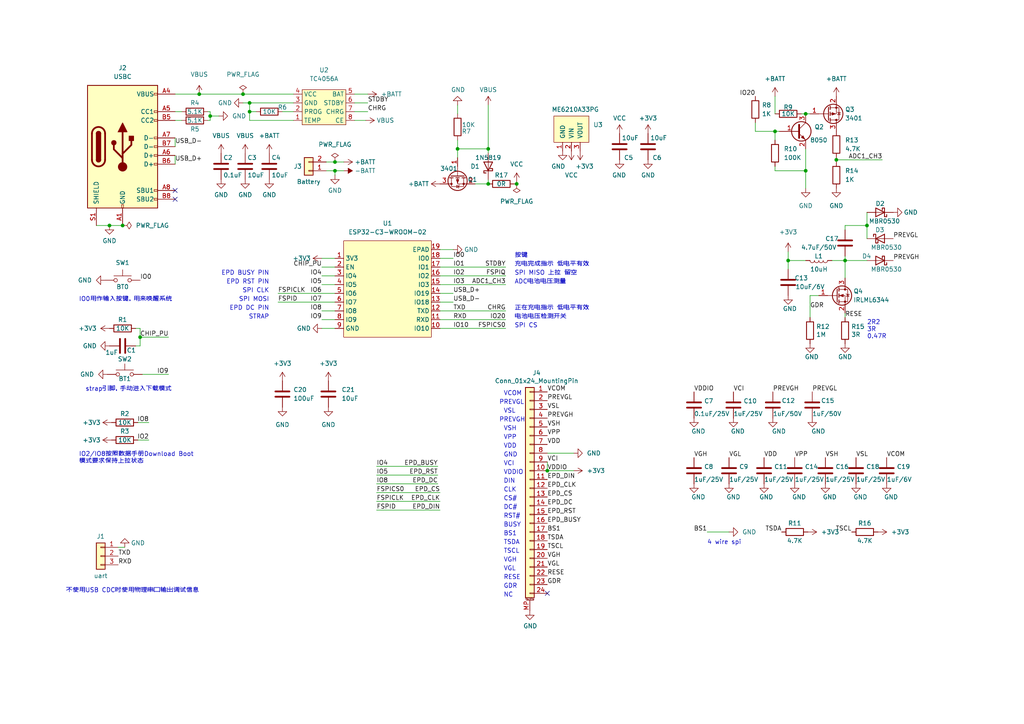
<source format=kicad_sch>
(kicad_sch (version 20211123) (generator eeschema)
  (paper "A4")
  (lib_symbols
    (symbol "Connector:USB_C_Receptacle_USB2.0" (pin_names (offset 1.016))
      (property "Reference" "J" (at -10.16 19.05 0))
      (property "Value" "USB_C_Receptacle_USB2.0" (at 19.05 19.05 0))
      (symbol "USB_C_Receptacle_USB2.0_1_1"
        (pin passive line (at 0 -22.86 90) (length 5.08) (name "GND") (number "A1"))
        (pin passive line (at 0 -22.86 90) (length 5.08) hide (name "GND") (number "A12"))
        (pin passive line (at 15.24 15.24 180) (length 5.08) (name "VBUS") (number "A4"))
        (pin bidirectional line (at 15.24 10.16 180) (length 5.08) (name "CC1") (number "A5"))
        (pin bidirectional line (at 15.24 -2.54 180) (length 5.08) (name "D+") (number "A6"))
        (pin bidirectional line (at 15.24 2.54 180) (length 5.08) (name "D-") (number "A7"))
        (pin bidirectional line (at 15.24 -12.7 180) (length 5.08) (name "SBU1") (number "A8"))
        (pin passive line (at 15.24 15.24 180) (length 5.08) hide (name "VBUS") (number "A9"))
        (pin passive line (at 0 -22.86 90) (length 5.08) hide (name "GND") (number "B1"))
        (pin passive line (at 0 -22.86 90) (length 5.08) hide (name "GND") (number "B12"))
        (pin passive line (at 15.24 15.24 180) (length 5.08) hide (name "VBUS") (number "B4"))
        (pin bidirectional line (at 15.24 7.62 180) (length 5.08) (name "CC2") (number "B5"))
        (pin bidirectional line (at 15.24 -5.08 180) (length 5.08) (name "D+") (number "B6"))
        (pin bidirectional line (at 15.24 0 180) (length 5.08) (name "D-") (number "B7"))
        (pin bidirectional line (at 15.24 -15.24 180) (length 5.08) (name "SBU2") (number "B8"))
        (pin passive line (at 15.24 15.24 180) (length 5.08) hide (name "VBUS") (number "B9"))
        (pin passive line (at -7.62 -22.86 90) (length 5.08) (name "SHIELD") (number "S1"))
      )
    )
    (symbol "Connector_Generic:Conn_01x02" (pin_names (offset 1.016) hide)
      (property "Reference" "J" (at 0 2.54 0))
      (property "Value" "Conn_01x02" (at 0 -5.08 0))
      (symbol "Conn_01x02_1_1"
        (pin passive line (at -5.08 0 0) (length 3.81) (name "Pin_1") (number "1"))
        (pin passive line (at -5.08 -2.54 0) (length 3.81) (name "Pin_2") (number "2"))
      )
    )
    (symbol "Connector_Generic:Conn_01x03" (pin_names (offset 1.016) hide)
      (property "Reference" "J" (at 0 5.08 0))
      (property "Value" "Conn_01x03" (at 0 -5.08 0))
      (symbol "Conn_01x03_1_1"
        (pin passive line (at -5.08 2.54 0) (length 3.81) (name "Pin_1") (number "1"))
        (pin passive line (at -5.08 0 0) (length 3.81) (name "Pin_2") (number "2"))
        (pin passive line (at -5.08 -2.54 0) (length 3.81) (name "Pin_3") (number "3"))
      )
    )
    (symbol "Connector_Generic_MountingPin:Conn_01x24_MountingPin" (pin_names (offset 1.016) hide)
      (property "Reference" "J" (at 0 30.48 0))
      (property "Value" "Conn_01x24_MountingPin" (at 1.27 -33.02 0))
      (symbol "Conn_01x24_MountingPin_1_1"
        (text "Mounting" (at 0 -32.131 0) (effects (font (size 0.381 0.381))))
        (pin passive line (at -5.08 27.94 0) (length 3.81) (name "Pin_1") (number "1"))
        (pin passive line (at -5.08 5.08 0) (length 3.81) (name "Pin_10") (number "10"))
        (pin passive line (at -5.08 2.54 0) (length 3.81) (name "Pin_11") (number "11"))
        (pin passive line (at -5.08 0 0) (length 3.81) (name "Pin_12") (number "12"))
        (pin passive line (at -5.08 -2.54 0) (length 3.81) (name "Pin_13") (number "13"))
        (pin passive line (at -5.08 -5.08 0) (length 3.81) (name "Pin_14") (number "14"))
        (pin passive line (at -5.08 -7.62 0) (length 3.81) (name "Pin_15") (number "15"))
        (pin passive line (at -5.08 -10.16 0) (length 3.81) (name "Pin_16") (number "16"))
        (pin passive line (at -5.08 -12.7 0) (length 3.81) (name "Pin_17") (number "17"))
        (pin passive line (at -5.08 -15.24 0) (length 3.81) (name "Pin_18") (number "18"))
        (pin passive line (at -5.08 -17.78 0) (length 3.81) (name "Pin_19") (number "19"))
        (pin passive line (at -5.08 25.4 0) (length 3.81) (name "Pin_2") (number "2"))
        (pin passive line (at -5.08 -20.32 0) (length 3.81) (name "Pin_20") (number "20"))
        (pin passive line (at -5.08 -22.86 0) (length 3.81) (name "Pin_21") (number "21"))
        (pin passive line (at -5.08 -25.4 0) (length 3.81) (name "Pin_22") (number "22"))
        (pin passive line (at -5.08 -27.94 0) (length 3.81) (name "Pin_23") (number "23"))
        (pin passive line (at -5.08 -30.48 0) (length 3.81) (name "Pin_24") (number "24"))
        (pin passive line (at -5.08 22.86 0) (length 3.81) (name "Pin_3") (number "3"))
        (pin passive line (at -5.08 20.32 0) (length 3.81) (name "Pin_4") (number "4"))
        (pin passive line (at -5.08 17.78 0) (length 3.81) (name "Pin_5") (number "5"))
        (pin passive line (at -5.08 15.24 0) (length 3.81) (name "Pin_6") (number "6"))
        (pin passive line (at -5.08 12.7 0) (length 3.81) (name "Pin_7") (number "7"))
        (pin passive line (at -5.08 10.16 0) (length 3.81) (name "Pin_8") (number "8"))
        (pin passive line (at -5.08 7.62 0) (length 3.81) (name "Pin_9") (number "9"))
        (pin passive line (at 0 -35.56 90) (length 3.048) (name "MountPin") (number "MP"))
      )
    )
    (symbol "Device:C" (pin_numbers hide) (pin_names (offset 0.254))
      (property "Reference" "C" (at 0.635 2.54 0))
      (property "Value" "C" (at 0.635 -2.54 0))
      (symbol "C_1_1"
        (pin passive line (at 0 3.81 270) (length 2.794) (name "~") (number "1"))
        (pin passive line (at 0 -3.81 90) (length 2.794) (name "~") (number "2"))
      )
    )
    (symbol "Device:D_Schottky" (pin_numbers hide) (pin_names (offset 1.016) hide)
      (property "Reference" "D" (at 0 2.54 0))
      (property "Value" "D_Schottky" (at 0 -2.54 0))
      (symbol "D_Schottky_1_1"
        (pin passive line (at -3.81 0 0) (length 2.54) (name "K") (number "1"))
        (pin passive line (at 3.81 0 180) (length 2.54) (name "A") (number "2"))
      )
    )
    (symbol "Device:L" (pin_numbers hide) (pin_names (offset 1.016) hide)
      (property "Reference" "L" (at -1.27 0 90))
      (property "Value" "L" (at 1.905 0 90))
      (symbol "L_1_1"
        (pin passive line (at 0 3.81 270) (length 1.27) (name "1") (number "1"))
        (pin passive line (at 0 -3.81 90) (length 1.27) (name "2") (number "2"))
      )
    )
    (symbol "Device:Q_NMOS_GSD" (pin_names (offset 0) hide)
      (property "Reference" "Q" (at 5.08 1.27 0))
      (property "Value" "Q_NMOS_GSD" (at 5.08 -1.27 0))
      (symbol "Q_NMOS_GSD_1_1"
        (pin input line (at -5.08 0 0) (length 2.54) (name "G") (number "1"))
        (pin passive line (at 2.54 -5.08 90) (length 2.54) (name "S") (number "2"))
        (pin passive line (at 2.54 5.08 270) (length 2.54) (name "D") (number "3"))
      )
    )
    (symbol "Device:Q_NPN_BEC" (pin_names (offset 0) hide)
      (property "Reference" "Q" (at 5.08 1.27 0))
      (property "Value" "Q_NPN_BEC" (at 5.08 -1.27 0))
      (symbol "Q_NPN_BEC_1_1"
        (pin input line (at -5.08 0 0) (length 5.715) (name "B") (number "1"))
        (pin passive line (at 2.54 -5.08 90) (length 2.54) (name "E") (number "2"))
        (pin passive line (at 2.54 5.08 270) (length 2.54) (name "C") (number "3"))
      )
    )
    (symbol "Device:Q_PMOS_GSD" (pin_names (offset 0) hide)
      (property "Reference" "Q" (at 5.08 1.27 0))
      (property "Value" "Q_PMOS_GSD" (at 5.08 -1.27 0))
      (symbol "Q_PMOS_GSD_1_1"
        (pin input line (at -5.08 0 0) (length 2.54) (name "G") (number "1"))
        (pin passive line (at 2.54 -5.08 90) (length 2.54) (name "S") (number "2"))
        (pin passive line (at 2.54 5.08 270) (length 2.54) (name "D") (number "3"))
      )
    )
    (symbol "Device:R" (pin_numbers hide) (pin_names (offset 0))
      (property "Reference" "R" (at 2.032 0 90))
      (property "Value" "R" (at 0 0 90))
      (symbol "R_1_1"
        (pin passive line (at 0 3.81 270) (length 1.27) (name "~") (number "1"))
        (pin passive line (at 0 -3.81 90) (length 1.27) (name "~") (number "2"))
      )
    )
    (symbol "Diode:1N5819" (pin_numbers hide) (pin_names (offset 1.016) hide)
      (property "Reference" "D" (at 0 2.54 0))
      (property "Value" "1N5819" (at 0 -2.54 0))
      (symbol "1N5819_1_1"
        (pin passive line (at -3.81 0 0) (length 2.54) (name "K") (number "1"))
        (pin passive line (at 3.81 0 180) (length 2.54) (name "A") (number "2"))
      )
    )
    (symbol "Switch:SW_Push" (pin_numbers hide) (pin_names (offset 1.016) hide)
      (property "Reference" "SW" (at 1.27 2.54 0))
      (property "Value" "SW_Push" (at 0 -1.524 0))
      (symbol "SW_Push_0_1"
        (pin passive line (at -5.08 0 0) (length 2.54) (name "1") (number "1"))
        (pin passive line (at 5.08 0 180) (length 2.54) (name "2") (number "2"))
      )
    )
    (symbol "custom:ESP32-C3-WROOM-02"
      (property "Reference" "U2" (at 8.89 -31.75 0))
      (property "Value" "ESP32-C3-WROOM-02" (at 19.05 0 0))
      (symbol "ESP32-C3-WROOM-02_1_1"
        (pin power_in line (at 3.81 -6.35 0) (length 2.54) (name "3V3") (number "1"))
        (pin input line (at 34.29 -26.67 180) (length 2.54) (name "IO10") (number "10"))
        (pin input line (at 34.29 -24.13 180) (length 2.54) (name "RXD") (number "11"))
        (pin input line (at 34.29 -21.59 180) (length 2.54) (name "TXD") (number "12"))
        (pin input line (at 34.29 -19.05 180) (length 2.54) (name "IO18") (number "13"))
        (pin input line (at 34.29 -16.51 180) (length 2.54) (name "IO19") (number "14"))
        (pin input line (at 34.29 -13.97 180) (length 2.54) (name "IO3") (number "15"))
        (pin input line (at 34.29 -11.43 180) (length 2.54) (name "IO2") (number "16"))
        (pin input line (at 34.29 -8.89 180) (length 2.54) (name "IO1") (number "17"))
        (pin input line (at 34.29 -6.35 180) (length 2.54) (name "IO0") (number "18"))
        (pin input line (at 34.29 -3.81 180) (length 2.54) (name "EPAD") (number "19"))
        (pin input line (at 3.81 -8.89 0) (length 2.54) (name "EN") (number "2"))
        (pin bidirectional line (at 3.81 -11.43 0) (length 2.54) (name "IO4") (number "3"))
        (pin bidirectional line (at 3.81 -13.97 0) (length 2.54) (name "IO5") (number "4"))
        (pin bidirectional line (at 3.81 -16.51 0) (length 2.54) (name "IO6") (number "5"))
        (pin bidirectional line (at 3.81 -19.05 0) (length 2.54) (name "IO7") (number "6"))
        (pin bidirectional line (at 3.81 -21.59 0) (length 2.54) (name "IO8") (number "7"))
        (pin bidirectional line (at 3.81 -24.13 0) (length 2.54) (name "IO9") (number "8"))
        (pin input line (at 3.81 -26.67 0) (length 2.54) (name "GND") (number "9"))
      )
    )
    (symbol "custom:ME6210A33PG" (pin_names (offset 1.016))
      (property "Reference" "U" (at 5.08 1.27 0))
      (property "Value" "ME6210A33PG" (at 3.81 -11.43 0))
      (symbol "ME6210A33PG_1_1"
        (pin power_in line (at -2.54 -2.54 0) (length 2.54) (name "GND") (number "1"))
        (pin power_in line (at -2.54 -5.08 0) (length 2.54) (name "VIN") (number "2"))
        (pin power_out line (at -2.54 -7.62 0) (length 2.54) (name "VOUT") (number "3"))
      )
    )
    (symbol "custom:TC4056A"
      (property "Reference" "U" (at -1.27 6.35 0))
      (property "Value" "TC4056A" (at 0 -6.35 0))
      (symbol "TC4056A_1_1"
        (pin bidirectional line (at -8.89 3.81 0) (length 2.54) (name "TEMP") (number "1"))
        (pin bidirectional line (at -8.89 1.27 0) (length 2.54) (name "PROG") (number "2"))
        (pin bidirectional line (at -8.89 -1.27 0) (length 2.54) (name "GND") (number "3"))
        (pin bidirectional line (at -8.89 -3.81 0) (length 2.54) (name "VCC") (number "4"))
        (pin bidirectional line (at 8.89 -3.81 180) (length 2.54) (name "BAT") (number "5"))
        (pin bidirectional line (at 8.89 -1.27 180) (length 2.54) (name "STDBY") (number "6"))
        (pin bidirectional line (at 8.89 1.27 180) (length 2.54) (name "CHRG") (number "7"))
        (pin bidirectional line (at 8.89 3.81 180) (length 2.54) (name "CE") (number "8"))
      )
    )
    (symbol "power:+3V3" (power) (pin_names (offset 0))
      (property "Value" "+3V3" (at 0 3.556 0))
      (symbol "+3V3_1_1"
        (pin power_in line (at 0 0 90) (length 0) hide (name "+3V3") (number "1"))
      )
    )
    (symbol "power:+BATT" (power) (pin_names (offset 0))
      (property "Value" "+BATT" (at 0 3.556 0))
      (symbol "+BATT_1_1"
        (pin power_in line (at 0 0 90) (length 0) hide (name "+BATT") (number "1"))
      )
    )
    (symbol "power:-BATT" (power) (pin_names (offset 0))
      (property "Value" "-BATT" (at 0 3.556 0))
      (symbol "-BATT_1_1"
        (pin power_in line (at 0 0 90) (length 0) hide (name "-BATT") (number "1"))
      )
    )
    (symbol "power:GND" (power) (pin_names (offset 0))
      (property "Value" "GND" (at 0 -3.81 0))
      (symbol "GND_1_1"
        (pin power_in line (at 0 0 270) (length 0) hide (name "GND") (number "1"))
      )
    )
    (symbol "power:PWR_FLAG" (power) (pin_numbers hide) (pin_names (offset 0) hide)
      (property "Value" "PWR_FLAG" (at 0 3.81 0))
      (symbol "PWR_FLAG_0_0"
        (pin power_out line (at 0 0 90) (length 0) (name "pwr") (number "1"))
      )
    )
    (symbol "power:VBUS" (power) (pin_names (offset 0))
      (property "Value" "VBUS" (at 0 3.81 0))
      (symbol "VBUS_1_1"
        (pin power_in line (at 0 0 90) (length 0) hide (name "VBUS") (number "1"))
      )
    )
    (symbol "power:VCC" (power) (pin_names (offset 0))
      (property "Value" "VCC" (at 0 3.81 0))
      (symbol "VCC_1_1"
        (pin power_in line (at 0 0 90) (length 0) hide (name "VCC") (number "1"))
      )
    )
  )
  (junction (at 60.96 33.655))
  (junction (at 132.715 43.18))
  (junction (at 224.79 38.1))
  (junction (at 72.39 29.845))
  (junction (at 31.75 65.405))
  (junction (at 57.785 27.305))
  (junction (at 141.605 43.18))
  (junction (at 228.6 75.565))
  (junction (at 251.46 65.405))
  (junction (at 141.605 53.34))
  (junction (at 245.11 75.565))
  (junction (at 233.68 49.53))
  (junction (at 158.75 136.525))
  (junction (at 72.39 32.385))
  (junction (at 149.86 53.34))
  (junction (at 97.155 49.53))
  (junction (at 242.57 46.355))
  (junction (at 233.68 33.02))
  (junction (at 97.155 46.99))
  (junction (at 35.56 65.405))
  (junction (at 70.485 27.305))
  (junction (at 40.64 97.79))
  (no_connect (at 158.75 172.085))
  (no_connect (at 50.8 55.245))
  (no_connect (at 50.8 57.785))
  (wire (pts (xy 132.715 40.64) (xy 132.715 43.18)))
  (wire (pts (xy 72.39 32.385) (xy 72.39 29.845)))
  (wire (pts (xy 60.325 32.385) (xy 60.96 32.385)))
  (wire (pts (xy 109.22 145.415) (xy 127.635 145.415)))
  (wire (pts (xy 27.94 65.405) (xy 31.75 65.405)))
  (wire (pts (xy 102.87 34.925) (xy 106.045 34.925)))
  (wire (pts (xy 70.485 29.845) (xy 72.39 29.845)))
  (wire (pts (xy 251.46 69.215) (xy 251.46 65.405)))
  (wire (pts (xy 60.96 34.925) (xy 60.96 33.655)))
  (wire (pts (xy 109.22 135.255) (xy 127 135.255)))
  (wire (pts (xy 93.345 95.25) (xy 97.155 95.25)))
  (wire (pts (xy 245.11 92.075) (xy 245.11 90.805)))
  (wire (pts (xy 228.6 75.565) (xy 228.6 78.105)))
  (wire (pts (xy 81.915 32.385) (xy 85.09 32.385)))
  (wire (pts (xy 233.68 49.53) (xy 233.68 54.61)))
  (wire (pts (xy 102.87 32.385) (xy 106.68 32.385)))
  (wire (pts (xy 141.605 53.34) (xy 137.795 53.34)))
  (wire (pts (xy 40.005 127.635) (xy 43.18 127.635)))
  (wire (pts (xy 127.635 90.17) (xy 146.685 90.17)))
  (wire (pts (xy 93.345 80.01) (xy 97.155 80.01)))
  (wire (pts (xy 166.37 136.525) (xy 158.75 136.525)))
  (wire (pts (xy 141.605 52.07) (xy 141.605 53.34)))
  (wire (pts (xy 149.86 52.705) (xy 149.86 53.34)))
  (wire (pts (xy 242.57 46.355) (xy 255.905 46.355)))
  (wire (pts (xy 141.605 43.18) (xy 132.715 43.18)))
  (wire (pts (xy 50.8 34.925) (xy 52.705 34.925)))
  (wire (pts (xy 127.635 80.01) (xy 146.685 80.01)))
  (wire (pts (xy 72.39 34.925) (xy 72.39 32.385)))
  (wire (pts (xy 234.95 85.725) (xy 234.95 92.075)))
  (wire (pts (xy 109.22 137.795) (xy 127 137.795)))
  (wire (pts (xy 70.485 27.305) (xy 85.09 27.305)))
  (wire (pts (xy 127.635 82.55) (xy 146.685 82.55)))
  (wire (pts (xy 50.8 45.085) (xy 50.8 47.625)))
  (wire (pts (xy 97.155 49.53) (xy 99.695 49.53)))
  (wire (pts (xy 237.49 85.725) (xy 234.95 85.725)))
  (wire (pts (xy 219.075 38.1) (xy 224.79 38.1)))
  (wire (pts (xy 205.105 154.305) (xy 211.455 154.305)))
  (wire (pts (xy 93.345 90.17) (xy 97.155 90.17)))
  (wire (pts (xy 31.75 65.405) (xy 35.56 65.405)))
  (wire (pts (xy 127.635 72.39) (xy 131.445 72.39)))
  (wire (pts (xy 149.225 53.34) (xy 149.86 53.34)))
  (wire (pts (xy 50.8 27.305) (xy 57.785 27.305)))
  (wire (pts (xy 40.005 122.555) (xy 43.18 122.555)))
  (wire (pts (xy 127.635 87.63) (xy 131.445 87.63)))
  (wire (pts (xy 40.64 97.79) (xy 48.895 97.79)))
  (wire (pts (xy 93.345 82.55) (xy 97.155 82.55)))
  (wire (pts (xy 245.11 75.565) (xy 245.11 80.645)))
  (wire (pts (xy 102.87 29.845) (xy 106.68 29.845)))
  (wire (pts (xy 57.785 27.305) (xy 70.485 27.305)))
  (wire (pts (xy 127.635 95.25) (xy 146.685 95.25)))
  (wire (pts (xy 242.57 46.355) (xy 242.57 46.99)))
  (wire (pts (xy 158.75 133.985) (xy 158.75 136.525)))
  (wire (pts (xy 60.325 34.925) (xy 60.96 34.925)))
  (wire (pts (xy 224.79 27.94) (xy 224.79 33.02)))
  (wire (pts (xy 233.68 43.18) (xy 233.68 49.53)))
  (wire (pts (xy 97.155 46.99) (xy 99.695 46.99)))
  (wire (pts (xy 93.345 74.93) (xy 97.155 74.93)))
  (wire (pts (xy 97.155 49.53) (xy 97.155 50.8)))
  (wire (pts (xy 60.96 33.655) (xy 63.5 33.655)))
  (wire (pts (xy 60.96 32.385) (xy 60.96 33.655)))
  (wire (pts (xy 251.46 65.405) (xy 251.46 61.595)))
  (wire (pts (xy 127.635 77.47) (xy 146.685 77.47)))
  (wire (pts (xy 127.635 92.71) (xy 146.685 92.71)))
  (wire (pts (xy 93.345 77.47) (xy 97.155 77.47)))
  (wire (pts (xy 40.64 97.79) (xy 40.64 100.33)))
  (wire (pts (xy 102.87 27.305) (xy 106.68 27.305)))
  (wire (pts (xy 34.29 158.75) (xy 36.195 158.75)))
  (wire (pts (xy 224.79 38.1) (xy 226.06 38.1)))
  (wire (pts (xy 85.09 34.925) (xy 72.39 34.925)))
  (wire (pts (xy 228.6 73.025) (xy 228.6 75.565)))
  (wire (pts (xy 141.605 43.18) (xy 141.605 44.45)))
  (wire (pts (xy 93.345 92.71) (xy 97.155 92.71)))
  (wire (pts (xy 242.57 45.72) (xy 242.57 46.355)))
  (wire (pts (xy 39.37 95.25) (xy 40.64 95.25)))
  (wire (pts (xy 245.11 65.405) (xy 245.11 66.675)))
  (wire (pts (xy 245.11 75.565) (xy 251.46 75.565)))
  (wire (pts (xy 50.8 40.005) (xy 50.8 42.545)))
  (wire (pts (xy 132.715 30.48) (xy 132.715 33.02)))
  (wire (pts (xy 251.46 65.405) (xy 245.11 65.405)))
  (wire (pts (xy 72.39 29.845) (xy 85.09 29.845)))
  (wire (pts (xy 80.645 85.09) (xy 97.155 85.09)))
  (wire (pts (xy 224.79 48.26) (xy 224.79 49.53)))
  (wire (pts (xy 132.715 43.18) (xy 132.715 45.72)))
  (wire (pts (xy 245.11 75.565) (xy 245.11 74.295)))
  (wire (pts (xy 50.8 32.385) (xy 52.705 32.385)))
  (wire (pts (xy 109.22 140.335) (xy 127 140.335)))
  (wire (pts (xy 109.22 147.955) (xy 127.635 147.955)))
  (wire (pts (xy 241.3 75.565) (xy 245.11 75.565)))
  (wire (pts (xy 233.68 33.02) (xy 234.95 33.02)))
  (wire (pts (xy 219.075 35.56) (xy 219.075 38.1)))
  (wire (pts (xy 94.615 46.99) (xy 97.155 46.99)))
  (wire (pts (xy 228.6 75.565) (xy 233.68 75.565)))
  (wire (pts (xy 40.64 95.25) (xy 40.64 97.79)))
  (wire (pts (xy 141.605 30.48) (xy 141.605 43.18)))
  (wire (pts (xy 74.295 32.385) (xy 72.39 32.385)))
  (wire (pts (xy 80.645 87.63) (xy 97.155 87.63)))
  (wire (pts (xy 94.615 49.53) (xy 97.155 49.53)))
  (wire (pts (xy 232.41 33.02) (xy 233.68 33.02)))
  (wire (pts (xy 40.64 100.33) (xy 39.37 100.33)))
  (wire (pts (xy 166.37 131.445) (xy 158.75 131.445)))
  (wire (pts (xy 224.79 38.1) (xy 224.79 40.64)))
  (wire (pts (xy 41.275 108.585) (xy 48.895 108.585)))
  (wire (pts (xy 127.635 74.93) (xy 131.445 74.93)))
  (wire (pts (xy 109.22 142.875) (xy 127.635 142.875)))
  (wire (pts (xy 127.635 85.09) (xy 131.445 85.09)))
  (wire (pts (xy 224.79 49.53) (xy 233.68 49.53)))
  (text "RST#" (at 146.05 150.495 0) (effects (font (size 1.27 1.27)) (justify left bottom)))
  (text "VSL" (at 146.05 120.015 0) (effects (font (size 1.27 1.27)) (justify left bottom)))
  (text "PREVGL" (at 144.78 117.475 0) (effects (font (size 1.27 1.27)) (justify left bottom)))
  (text "TSDA" (at 146.05 158.115 0) (effects (font (size 1.27 1.27)) (justify left bottom)))
  (text "EPD RST PIN" (at 78.105 82.55 180) (effects (font (size 1.27 1.27)) (justify right bottom)))
  (text "BS1" (at 146.05 155.575 0) (effects (font (size 1.27 1.27)) (justify left bottom)))
  (text "CLK" (at 146.05 142.875 0) (effects (font (size 1.27 1.27)) (justify left bottom)))
  (text "VGH" (at 146.05 163.195 0) (effects (font (size 1.27 1.27)) (justify left bottom)))
  (text "strap引脚，手动进入下载模式" (at 24.765 113.665 0) (effects (font (size 1.27 1.27)) (justify left bottom)))
  (text "充电完成指示 低电平有效" (at 149.225 77.47 0) (effects (font (size 1.27 1.27)) (justify left bottom)))
  (text "VGL" (at 146.05 165.735 0) (effects (font (size 1.27 1.27)) (justify left bottom)))
  (text "GND" (at 146.05 132.715 0) (effects (font (size 1.27 1.27)) (justify left bottom)))
  (text "VCOM" (at 146.05 114.935 0) (effects (font (size 1.27 1.27)) (justify left bottom)))
  (text "PREVGH" (at 144.78 122.555 0) (effects (font (size 1.27 1.27)) (justify left bottom)))
  (text "4 wire spi" (at 205.105 158.115 0) (effects (font (size 1.27 1.27)) (justify left bottom)))
  (text "ADC电池电压测量" (at 149.225 82.55 0) (effects (font (size 1.27 1.27)) (justify left bottom)))
  (text "电池电压检测开关" (at 149.225 92.71 0) (effects (font (size 1.27 1.27)) (justify left bottom)))
  (text "DIN" (at 146.05 140.335 0) (effects (font (size 1.27 1.27)) (justify left bottom)))
  (text "SPI MOSI" (at 78.105 87.63 180) (effects (font (size 1.27 1.27)) (justify right bottom)))
  (text "2R2\n3R\n0.47R" (at 251.46 98.425 0) (effects (font (size 1.27 1.27)) (justify left bottom)))
  (text "BUSY" (at 146.05 153.035 0) (effects (font (size 1.27 1.27)) (justify left bottom)))
  (text "VSH" (at 146.05 125.095 0) (effects (font (size 1.27 1.27)) (justify left bottom)))
  (text "SPI CS" (at 149.225 95.25 0) (effects (font (size 1.27 1.27)) (justify left bottom)))
  (text "IO0用作输入按键，用来唤醒系统" (at 22.86 87.63 0) (effects (font (size 1.27 1.27)) (justify left bottom)))
  (text "DC#" (at 146.05 147.955 0) (effects (font (size 1.27 1.27)) (justify left bottom)))
  (text "正在充电指示 低电平有效" (at 149.225 90.17 0) (effects (font (size 1.27 1.27)) (justify left bottom)))
  (text "不使用USB CDC时使用物理串口输出调试信息" (at 19.05 172.085 0) (effects (font (size 1.27 1.27)) (justify left bottom)))
  (text "TSCL" (at 146.05 160.655 0) (effects (font (size 1.27 1.27)) (justify left bottom)))
  (text "STRAP" (at 78.105 92.71 180) (effects (font (size 1.27 1.27)) (justify right bottom)))
  (text "RESE" (at 146.05 168.275 0) (effects (font (size 1.27 1.27)) (justify left bottom)))
  (text "IO2/IO8按照数据手册Download Boot\n模式要求保持上拉状态" (at 22.86 134.62 0) (effects (font (size 1.27 1.27)) (justify left bottom)))
  (text "按键" (at 149.225 74.93 0) (effects (font (size 1.27 1.27)) (justify left bottom)))
  (text "NC" (at 146.05 173.355 0) (effects (font (size 1.27 1.27)) (justify left bottom)))
  (text "GDR" (at 146.05 170.815 0) (effects (font (size 1.27 1.27)) (justify left bottom)))
  (text "VDDIO" (at 146.05 137.795 0) (effects (font (size 1.27 1.27)) (justify left bottom)))
  (text "VCI" (at 146.05 135.255 0) (effects (font (size 1.27 1.27)) (justify left bottom)))
  (text "SPI MISO 上拉 留空" (at 149.225 80.01 0) (effects (font (size 1.27 1.27)) (justify left bottom)))
  (text "VDD" (at 146.05 130.175 0) (effects (font (size 1.27 1.27)) (justify left bottom)))
  (text "SPI CLK" (at 78.105 85.09 180) (effects (font (size 1.27 1.27)) (justify right bottom)))
  (text "VPP" (at 146.05 127.635 0) (effects (font (size 1.27 1.27)) (justify left bottom)))
  (text "CS#" (at 146.05 145.415 0) (effects (font (size 1.27 1.27)) (justify left bottom)))
  (text "EPD BUSY PIN" (at 78.105 80.01 180) (effects (font (size 1.27 1.27)) (justify right bottom)))
  (text "EPD DC PIN" (at 78.105 90.17 180) (effects (font (size 1.27 1.27)) (justify right bottom)))
  (label "IO4" (at 109.22 135.255 0))
  (label "IO3" (at 131.445 82.55 0))
  (label "IO8" (at 109.22 140.335 0))
  (label "FSPICS0" (at 109.22 142.875 0))
  (label "BS1" (at 158.75 154.305 0))
  (label "VGL" (at 211.455 132.715 0))
  (label "EPD_CLK" (at 127.635 145.415 180))
  (label "TSDA" (at 226.695 154.305 180))
  (label "USB_D-" (at 131.445 87.63 0))
  (label "EPD_BUSY" (at 158.75 151.765 0))
  (label "IO9" (at 48.895 108.585 180))
  (label "VSL" (at 248.285 132.715 0))
  (label "PREVGL" (at 235.585 113.665 0))
  (label "FSPICLK" (at 109.22 145.415 0))
  (label "TSCL" (at 158.75 159.385 0))
  (label "TSCL" (at 247.015 154.305 180))
  (label "FSPID" (at 80.645 87.63 0))
  (label "IO0" (at 131.445 74.93 0))
  (label "USB_D+" (at 50.8 46.99 0))
  (label "FSPICS0" (at 146.685 95.25 180))
  (label "IO7" (at 93.345 87.63 180))
  (label "PREVGH" (at 158.75 121.285 0))
  (label "IO8" (at 43.18 122.555 180))
  (label "VCOM" (at 158.75 113.665 0))
  (label "EPD_RST" (at 158.75 149.225 0))
  (label "CHRG" (at 106.68 32.385 0))
  (label "EPD_RST" (at 127 137.795 180))
  (label "USB_D-" (at 50.8 41.91 0))
  (label "VSH" (at 239.395 132.715 0))
  (label "RESE" (at 245.11 92.075 0))
  (label "IO0" (at 40.64 81.28 0))
  (label "PREVGL" (at 158.75 116.205 0))
  (label "IO2" (at 131.445 80.01 0))
  (label "ADC1_CH3" (at 255.905 46.355 180))
  (label "USB_D+" (at 131.445 85.09 0))
  (label "IO9" (at 93.345 92.71 180))
  (label "RESE" (at 158.75 167.005 0))
  (label "CHIP_PU" (at 93.345 77.47 180))
  (label "IO20" (at 146.685 92.71 180))
  (label "VDDIO" (at 158.75 136.525 0))
  (label "GDR" (at 234.95 89.535 0))
  (label "FSPID" (at 109.22 147.955 0))
  (label "EPD_DC" (at 158.75 146.685 0))
  (label "VGH" (at 158.75 161.925 0))
  (label "IO8" (at 93.345 90.17 180))
  (label "EPD_CS" (at 158.75 144.145 0))
  (label "VGH" (at 201.295 132.715 0))
  (label "IO5" (at 93.345 82.55 180))
  (label "PREVGH" (at 224.155 113.665 0))
  (label "FSPIQ" (at 146.685 80.01 180))
  (label "TSDA" (at 158.75 156.845 0))
  (label "IO4" (at 93.345 80.01 180))
  (label "VDDIO" (at 201.295 113.665 0))
  (label "IO2" (at 43.18 127.635 180))
  (label "VDD" (at 158.75 128.905 0))
  (label "EPD_DC" (at 127 140.335 180))
  (label "VDD" (at 221.615 132.715 0))
  (label "IO6" (at 93.345 85.09 180))
  (label "FSPICLK" (at 80.645 85.09 0))
  (label "VPP" (at 230.505 132.715 0))
  (label "VCOM" (at 257.175 132.715 0))
  (label "EPD_DIN" (at 158.75 139.065 0))
  (label "BS1" (at 205.105 154.305 180))
  (label "GDR" (at 158.75 169.545 0))
  (label "PREVGL" (at 259.08 69.215 0))
  (label "RXD" (at 34.29 163.83 0))
  (label "VGL" (at 158.75 164.465 0))
  (label "TXD" (at 34.29 161.29 0))
  (label "STDBY" (at 106.68 29.845 0))
  (label "ADC1_CH3" (at 146.685 82.55 180))
  (label "CHRG" (at 146.685 90.17 180))
  (label "IO5" (at 109.22 137.795 0))
  (label "IO10" (at 131.445 95.25 0))
  (label "EPD_BUSY" (at 127 135.255 180))
  (label "VSL" (at 158.75 118.745 0))
  (label "EPD_CLK" (at 158.75 141.605 0))
  (label "VCI" (at 158.75 133.985 0))
  (label "PREVGH" (at 259.08 75.565 0))
  (label "EPD_CS" (at 127.635 142.875 180))
  (label "VPP" (at 158.75 126.365 0))
  (label "RXD" (at 131.445 92.71 0))
  (label "IO20" (at 219.075 27.94 180))
  (label "VSH" (at 158.75 123.825 0))
  (label "CHIP_PU" (at 48.895 97.79 180))
  (label "VCI" (at 212.725 113.665 0))
  (label "TXD" (at 131.445 90.17 0))
  (label "EPD_DIN" (at 127.635 147.955 180))
  (label "IO1" (at 131.445 77.47 0))
  (label "STDBY" (at 146.685 77.47 180))
  (symbol (lib_id "Device:C") (at 211.455 136.525 0) (unit 1)
    (property "Reference" "C9" (at 214.376 135.3566 0) (effects (justify left)))
    (property "Value" "1uF/25V" (at 211.455 139.065 0) (effects (justify left)))
    (property "Footprint" "Capacitor_SMD:C_0603_1608Metric" (effects hide))
  )
  (symbol (lib_id "power:GND") (at 31.75 65.405 0) (unit 1)
    (property "Reference" "#PWR03" (effects hide))
    (property "Value" "GND" (at 31.75 69.85 0))
  )
  (symbol (lib_id "Connector_Generic:Conn_01x02") (at 89.535 49.53 180) (unit 1)
    (property "Reference" "J3" (at 86.36 48.26 0))
    (property "Value" "Battery" (at 89.535 52.705 0))
    (property "Footprint" "Connector_JST:JST_SH_BM02B-SRSS-TB_1x02-1MP_P1.00mm_Vertical" (effects hide))
  )
  (symbol (lib_id "power:PWR_FLAG") (at 97.155 46.99 0) (unit 1)
    (property "Reference" "#FLG03" (effects hide))
    (property "Value" "PWR_FLAG" (at 97.155 41.91 0))
  )
  (symbol (lib_id "Device:R") (at 56.515 34.925 90) (unit 1)
    (property "Reference" "R5" (at 56.515 37.465 90))
    (property "Value" "5.1K" (at 56.515 34.925 90))
    (property "Footprint" "Resistor_SMD:R_0603_1608Metric" (effects hide))
  )
  (symbol (lib_id "power:GND") (at 245.11 99.695 0) (unit 1)
    (property "Reference" "#PWR058" (effects hide))
    (property "Value" "GND" (at 245.11 103.505 0))
  )
  (symbol (lib_id "power:GND") (at 224.155 121.285 0) (unit 1)
    (property "Reference" "#PWR046" (effects hide))
    (property "Value" "GND" (at 227.965 125.095 0) (effects (justify right)))
  )
  (symbol (lib_id "Device:Q_PMOS_GSD") (at 132.715 50.8 90) (mirror x) (unit 1)
    (property "Reference" "Q1" (at 138.43 52.07 90) (effects (justify left)))
    (property "Value" "3401" (at 132.715 48.895 90) (effects (justify left)))
    (property "Footprint" "Package_TO_SOT_SMD:SOT-23" (effects hide))
  )
  (symbol (lib_id "power:GND") (at 93.345 95.25 270) (unit 1)
    (property "Reference" "#PWR019" (effects hide))
    (property "Value" "GND" (at 90.17 95.2499 90) (effects (justify right)))
  )
  (symbol (lib_id "Device:D_Schottky") (at 255.27 69.215 0) (unit 1)
    (property "Reference" "D3" (at 256.54 66.675 0) (effects (justify right)))
    (property "Value" "MBR0530" (at 261.62 71.755 0) (effects (justify right)))
    (property "Footprint" "Diode_SMD:D_SOD-123" (effects hide))
  )
  (symbol (lib_id "Device:L") (at 237.49 75.565 270) (unit 1)
    (property "Reference" "L1" (at 236.22 74.295 90) (effects (justify left)))
    (property "Value" "10uH" (at 234.95 78.105 90) (effects (justify left)))
    (property "Footprint" "Inductor_SMD:L_Coilcraft_XxL4020" (effects hide))
  )
  (symbol (lib_id "power:GND") (at 201.295 121.285 0) (unit 1)
    (property "Reference" "#PWR040" (effects hide))
    (property "Value" "GND" (at 202.565 125.095 0))
  )
  (symbol (lib_id "power:GND") (at 64.135 52.07 0) (unit 1)
    (property "Reference" "#PWR012" (effects hide))
    (property "Value" "GND" (at 64.135 56.515 0))
  )
  (symbol (lib_id "power:GND") (at 78.105 52.07 0) (unit 1)
    (property "Reference" "#PWR017" (effects hide))
    (property "Value" "GND" (at 78.105 56.515 0))
  )
  (symbol (lib_id "power:GND") (at 71.12 52.07 0) (unit 1)
    (property "Reference" "#PWR015" (effects hide))
    (property "Value" "GND" (at 71.12 56.515 0))
  )
  (symbol (lib_id "Device:C") (at 78.105 48.26 180) (unit 1)
    (property "Reference" "C4" (at 78.74 45.72 0) (effects (justify right)))
    (property "Value" "10uF" (at 78.74 50.8 0) (effects (justify right)))
    (property "Footprint" "Capacitor_SMD:C_1206_3216Metric" (effects hide))
  )
  (symbol (lib_id "power:VBUS") (at 57.785 27.305 0) (unit 1)
    (property "Reference" "#PWR09" (effects hide))
    (property "Value" "VBUS" (at 57.785 21.59 0))
  )
  (symbol (lib_id "custom:ME6210A33PG") (at 160.655 41.275 90) (unit 1)
    (property "Reference" "U3" (at 172.085 36.1949 90) (effects (justify right)))
    (property "Value" "ME6210A33PG" (at 160.02 31.75 90) (effects (justify right)))
    (property "Footprint" "Package_TO_SOT_SMD:SOT-89-3" (effects hide))
  )
  (symbol (lib_id "power:+BATT") (at 224.79 27.94 0) (unit 1)
    (property "Reference" "#PWR047" (effects hide))
    (property "Value" "+BATT" (at 224.79 22.86 0))
  )
  (symbol (lib_id "Device:C") (at 228.6 81.915 180) (unit 1)
    (property "Reference" "C13" (at 232.41 80.645 0))
    (property "Value" "10uF/6V" (at 234.95 83.185 0))
    (property "Footprint" "Capacitor_SMD:C_0603_1608Metric" (effects hide))
  )
  (symbol (lib_id "power:PWR_FLAG") (at 70.485 27.305 0) (unit 1)
    (property "Reference" "#FLG02" (effects hide))
    (property "Value" "PWR_FLAG" (at 70.485 21.59 0))
  )
  (symbol (lib_id "power:GND") (at 70.485 29.845 270) (unit 1)
    (property "Reference" "#PWR013" (effects hide))
    (property "Value" "GND" (at 67.31 29.8449 90) (effects (justify right)))
  )
  (symbol (lib_id "power:+3V3") (at 168.275 43.815 180) (unit 1)
    (property "Reference" "#PWR035" (effects hide))
    (property "Value" "+3V3" (at 169.545 48.26 0))
  )
  (symbol (lib_id "custom:ESP32-C3-WROOM-02") (at 93.345 68.58 0) (unit 1)
    (property "Reference" "U1" (at 112.395 64.77 0))
    (property "Value" "ESP32-C3-WROOM-02" (at 112.395 67.31 0))
    (property "Footprint" "custom:ESP32-C3-WROOM-02" (effects hide))
  )
  (symbol (lib_id "Device:C") (at 257.175 136.525 0) (unit 1)
    (property "Reference" "C19" (at 260.096 135.3566 0) (effects (justify left)))
    (property "Value" "1uF/6V" (at 257.175 139.065 0) (effects (justify left)))
    (property "Footprint" "Capacitor_SMD:C_0603_1608Metric" (effects hide))
  )
  (symbol (lib_id "Device:R") (at 145.415 53.34 90) (unit 1)
    (property "Reference" "R17" (at 145.415 50.8 90))
    (property "Value" "0R" (at 145.415 53.34 90))
    (property "Footprint" "Jumper:SolderJumper-2_P1.3mm_Bridged_RoundedPad1.0x1.5mm" (effects hide))
  )
  (symbol (lib_id "power:GND") (at 179.705 46.355 0) (unit 1)
    (property "Reference" "#PWR037" (effects hide))
    (property "Value" "GND" (at 181.61 50.8 0) (effects (justify right)))
  )
  (symbol (lib_id "Device:R") (at 36.195 122.555 90) (unit 1)
    (property "Reference" "R2" (at 36.195 120.015 90))
    (property "Value" "10K" (at 36.195 122.555 90))
    (property "Footprint" "Resistor_SMD:R_0603_1608Metric" (effects hide))
  )
  (symbol (lib_id "Device:C") (at 239.395 136.525 0) (unit 1)
    (property "Reference" "C16" (at 242.316 135.3566 0) (effects (justify left)))
    (property "Value" "1uF/25V" (at 239.395 139.065 0) (effects (justify left)))
    (property "Footprint" "Capacitor_SMD:C_0603_1608Metric" (effects hide))
  )
  (symbol (lib_id "Connector_Generic:Conn_01x03") (at 29.21 161.29 0) (mirror y) (unit 1)
    (property "Reference" "J1" (at 29.21 155.575 0))
    (property "Value" "uart" (at 29.21 167.005 0))
    (property "Footprint" "Connector_PinHeader_2.54mm:PinHeader_1x03_P2.54mm_Vertical_SMD_Pin1Left" (effects hide))
  )
  (symbol (lib_id "Switch:SW_Push") (at 35.56 81.28 0) (unit 1)
    (property "Reference" "SW1" (at 35.56 76.2 0))
    (property "Value" "BT0" (at 35.56 83.185 0))
    (property "Footprint" "Button_Switch_SMD:SW_Push_SPST_NO_Alps_SKRK" (effects hide))
  )
  (symbol (lib_id "power:+3V3") (at 93.345 74.93 90) (unit 1)
    (property "Reference" "#PWR018" (effects hide))
    (property "Value" "+3V3" (at 90.17 74.9299 90) (effects (justify left)))
  )
  (symbol (lib_id "power:+3V3") (at 95.25 110.49 0) (unit 1)
    (property "Reference" "#PWR065" (effects hide))
    (property "Value" "+3V3" (at 95.25 105.41 0))
  )
  (symbol (lib_id "Device:R") (at 230.505 154.305 270) (unit 1)
    (property "Reference" "R11" (at 230.505 151.765 90))
    (property "Value" "4.7K" (at 230.505 156.845 90))
    (property "Footprint" "Resistor_SMD:R_0603_1608Metric" (effects hide))
  )
  (symbol (lib_id "power:GND") (at 31.115 108.585 270) (unit 1)
    (property "Reference" "#PWR02" (effects hide))
    (property "Value" "GND" (at 27.305 108.5849 90) (effects (justify right)))
  )
  (symbol (lib_id "Device:D_Schottky") (at 255.27 75.565 180) (unit 1)
    (property "Reference" "D4" (at 252.73 74.295 0) (effects (justify left)))
    (property "Value" "MBR0530" (at 261.62 78.105 0) (effects (justify left)))
    (property "Footprint" "Diode_SMD:D_SOD-123" (effects hide))
  )
  (symbol (lib_id "Connector_Generic_MountingPin:Conn_01x24_MountingPin") (at 153.67 141.605 0) (mirror y) (unit 1)
    (property "Reference" "J4" (at 155.6512 108.1532 0))
    (property "Value" "Conn_01x24_MountingPin" (at 155.6512 110.4646 0))
    (property "Footprint" "Connector_FFC-FPC:TE_2-1734839-4_1x24-1MP_P0.5mm_Horizontal" (effects hide))
  )
  (symbol (lib_id "power:+3V3") (at 166.37 136.525 270) (unit 1)
    (property "Reference" "#PWR034" (effects hide))
    (property "Value" "+3V3" (at 170.18 136.5249 90) (effects (justify left)))
  )
  (symbol (lib_id "power:GND") (at 257.175 140.335 0) (unit 1)
    (property "Reference" "#PWR061" (effects hide))
    (property "Value" "GND" (at 258.445 144.145 0))
  )
  (symbol (lib_id "Device:R") (at 219.075 31.75 0) (unit 1)
    (property "Reference" "R8" (at 220.98 30.48 0) (effects (justify left)))
    (property "Value" "1K" (at 220.98 33.02 0) (effects (justify left)))
    (property "Footprint" "Resistor_SMD:R_0603_1608Metric" (effects hide))
  )
  (symbol (lib_id "power:GND") (at 201.295 140.335 0) (unit 1)
    (property "Reference" "#PWR041" (effects hide))
    (property "Value" "GND" (at 202.565 144.145 0))
  )
  (symbol (lib_id "power:+3V3") (at 254.635 154.305 270) (unit 1)
    (property "Reference" "#PWR060" (effects hide))
    (property "Value" "+3V3" (at 258.445 154.3049 90) (effects (justify left)))
  )
  (symbol (lib_id "Device:R") (at 78.105 32.385 90) (unit 1)
    (property "Reference" "R6" (at 81.915 31.115 90))
    (property "Value" "10K" (at 78.105 32.385 90))
    (property "Footprint" "Resistor_SMD:R_0603_1608Metric" (effects hide))
  )
  (symbol (lib_id "power:+3V3") (at 228.6 73.025 0) (unit 1)
    (property "Reference" "#PWR048" (effects hide))
    (property "Value" "+3V3" (at 228.6 67.31 0))
  )
  (symbol (lib_id "power:GND") (at 211.455 154.305 90) (unit 1)
    (property "Reference" "#PWR043" (effects hide))
    (property "Value" "GND" (at 215.265 154.305 90) (effects (justify right)))
  )
  (symbol (lib_id "Device:C") (at 179.705 42.545 180) (unit 1)
    (property "Reference" "C5" (at 180.975 45.72 0) (effects (justify right)))
    (property "Value" "10uF" (at 180.34 40.005 0) (effects (justify right)))
    (property "Footprint" "Capacitor_SMD:C_0805_2012Metric" (effects hide))
  )
  (symbol (lib_id "power:GND") (at 132.715 30.48 180) (unit 1)
    (property "Reference" "#PWR027" (effects hide))
    (property "Value" "GND" (at 130.81 26.035 0) (effects (justify right)))
  )
  (symbol (lib_id "power:GND") (at 63.5 33.655 90) (unit 1)
    (property "Reference" "#PWR010" (effects hide))
    (property "Value" "GND" (at 67.31 33.6549 90) (effects (justify right)))
  )
  (symbol (lib_id "Device:R") (at 35.56 95.25 90) (unit 1)
    (property "Reference" "R1" (at 35.56 92.71 90))
    (property "Value" "10K" (at 35.56 95.25 90))
    (property "Footprint" "Resistor_SMD:R_0603_1608Metric" (effects hide))
  )
  (symbol (lib_id "Device:C") (at 221.615 136.525 0) (unit 1)
    (property "Reference" "C11" (at 224.536 135.3566 0) (effects (justify left)))
    (property "Value" "1uF/25V" (at 221.615 139.065 0) (effects (justify left)))
    (property "Footprint" "Capacitor_SMD:C_0603_1608Metric" (effects hide))
  )
  (symbol (lib_id "Device:C") (at 235.585 117.475 0) (unit 1)
    (property "Reference" "C15" (at 238.125 116.205 0) (effects (justify left)))
    (property "Value" "1uF/50V" (at 235.585 120.015 0) (effects (justify left)))
    (property "Footprint" "Capacitor_SMD:C_0603_1608Metric" (effects hide))
  )
  (symbol (lib_id "power:GND") (at 166.37 131.445 90) (unit 1)
    (property "Reference" "#PWR033" (effects hide))
    (property "Value" "GND" (at 170.18 131.445 90) (effects (justify right)))
  )
  (symbol (lib_id "power:VBUS") (at 71.12 44.45 0) (unit 1)
    (property "Reference" "#PWR014" (effects hide))
    (property "Value" "VBUS" (at 71.12 39.37 0))
  )
  (symbol (lib_id "power:GND") (at 153.67 177.165 0) (unit 1)
    (property "Reference" "#PWR030" (effects hide))
    (property "Value" "GND" (at 153.797 181.5592 0))
  )
  (symbol (lib_id "Device:C") (at 201.295 117.475 0) (unit 1)
    (property "Reference" "C7" (at 204.216 116.3066 0) (effects (justify left)))
    (property "Value" "0.1uF/25V" (at 201.295 120.015 0) (effects (justify left)))
    (property "Footprint" "Capacitor_SMD:C_0603_1608Metric" (effects hide))
  )
  (symbol (lib_id "power:GND") (at 239.395 140.335 0) (unit 1)
    (property "Reference" "#PWR055" (effects hide))
    (property "Value" "GND" (at 240.665 144.145 0))
  )
  (symbol (lib_id "power:VCC") (at 149.86 52.705 0) (unit 1)
    (property "Reference" "#PWR029" (effects hide))
    (property "Value" "VCC" (at 149.86 47.625 0))
  )
  (symbol (lib_id "power:GND") (at 211.455 140.335 0) (unit 1)
    (property "Reference" "#PWR042" (effects hide))
    (property "Value" "GND" (at 212.725 144.145 0))
  )
  (symbol (lib_id "power:GND") (at 95.25 118.11 0) (unit 1)
    (property "Reference" "#PWR066" (effects hide))
    (property "Value" "GND" (at 95.25 123.19 0))
  )
  (symbol (lib_id "Device:R") (at 56.515 32.385 90) (unit 1)
    (property "Reference" "R4" (at 56.515 29.845 90))
    (property "Value" "5.1K" (at 56.515 32.385 90))
    (property "Footprint" "Resistor_SMD:R_0603_1608Metric" (effects hide))
  )
  (symbol (lib_id "Switch:SW_Push") (at 36.195 108.585 0) (unit 1)
    (property "Reference" "SW2" (at 36.195 104.14 0))
    (property "Value" "BT1" (at 36.195 109.855 0))
    (property "Footprint" "Button_Switch_SMD:SW_Push_SPST_NO_Alps_SKRK" (effects hide))
  )
  (symbol (lib_id "Device:R") (at 36.195 127.635 270) (unit 1)
    (property "Reference" "R3" (at 36.195 125.095 90))
    (property "Value" "10K" (at 36.195 127.635 90))
    (property "Footprint" "Resistor_SMD:R_0603_1608Metric" (effects hide))
  )
  (symbol (lib_id "power:VCC") (at 165.735 43.815 180) (unit 1)
    (property "Reference" "#PWR032" (effects hide))
    (property "Value" "VCC" (at 165.735 50.8 0))
  )
  (symbol (lib_id "power:+3V3") (at 81.915 110.49 0) (unit 1)
    (property "Reference" "#PWR063" (effects hide))
    (property "Value" "+3V3" (at 81.915 105.41 0))
  )
  (symbol (lib_id "power:GND") (at 259.08 61.595 90) (unit 1)
    (property "Reference" "#PWR062" (effects hide))
    (property "Value" "GND" (at 264.16 61.595 90))
  )
  (symbol (lib_id "power:VBUS") (at 141.605 30.48 0) (unit 1)
    (property "Reference" "#PWR028" (effects hide))
    (property "Value" "VBUS" (at 141.605 26.035 0))
  )
  (symbol (lib_id "power:GND") (at 81.915 118.11 0) (unit 1)
    (property "Reference" "#PWR064" (effects hide))
    (property "Value" "GND" (at 81.915 123.19 0))
  )
  (symbol (lib_id "Device:C") (at 245.11 70.485 180) (unit 1)
    (property "Reference" "C17" (at 241.3 69.215 0))
    (property "Value" "4.7uF/50V" (at 237.49 71.755 0))
    (property "Footprint" "Capacitor_SMD:C_0805_2012Metric" (effects hide))
  )
  (symbol (lib_id "Device:R") (at 228.6 33.02 90) (unit 1)
    (property "Reference" "R9" (at 228.6 31.115 90))
    (property "Value" "10K" (at 228.6 33.02 90))
    (property "Footprint" "Resistor_SMD:R_0603_1608Metric" (effects hide))
  )
  (symbol (lib_id "Device:C") (at 64.135 48.26 180) (unit 1)
    (property "Reference" "C2" (at 64.77 45.72 0) (effects (justify right)))
    (property "Value" "0.1uF" (at 64.77 50.8 0) (effects (justify right)))
    (property "Footprint" "Capacitor_SMD:C_0603_1608Metric" (effects hide))
  )
  (symbol (lib_id "power:GND") (at 234.95 99.695 0) (unit 1)
    (property "Reference" "#PWR053" (effects hide))
    (property "Value" "GND" (at 237.49 103.505 0) (effects (justify right)))
  )
  (symbol (lib_id "power:+3V3") (at 32.385 127.635 90) (unit 1)
    (property "Reference" "#PWR07" (effects hide))
    (property "Value" "+3V3" (at 29.21 127.6351 90) (effects (justify left)))
  )
  (symbol (lib_id "Device:R") (at 242.57 50.8 0) (unit 1)
    (property "Reference" "R14" (at 245.11 49.5299 0) (effects (justify left)))
    (property "Value" "1K" (at 245.11 52.0699 0) (effects (justify left)))
    (property "Footprint" "Resistor_SMD:R_0603_1608Metric" (effects hide))
  )
  (symbol (lib_id "power:GND") (at 131.445 72.39 90) (unit 1)
    (property "Reference" "#PWR026" (effects hide))
    (property "Value" "GND" (at 134.62 72.3899 90) (effects (justify right)))
  )
  (symbol (lib_id "Device:C") (at 187.96 42.545 180) (unit 1)
    (property "Reference" "C6" (at 189.23 45.72 0) (effects (justify right)))
    (property "Value" "10uF" (at 188.595 40.005 0) (effects (justify right)))
    (property "Footprint" "Capacitor_SMD:C_0805_2012Metric" (effects hide))
  )
  (symbol (lib_id "power:GND") (at 36.195 158.75 180) (unit 1)
    (property "Reference" "#PWR08" (effects hide))
    (property "Value" "GND" (at 40.005 157.48 0))
  )
  (symbol (lib_id "power:+BATT") (at 106.68 27.305 270) (unit 1)
    (property "Reference" "#PWR024" (effects hide))
    (property "Value" "+BATT" (at 110.49 27.3049 90) (effects (justify left)))
  )
  (symbol (lib_id "power:+BATT") (at 242.57 27.94 0) (unit 1)
    (property "Reference" "#PWR056" (effects hide))
    (property "Value" "+BATT" (at 242.57 22.86 0))
  )
  (symbol (lib_id "power:GND") (at 30.48 81.28 270) (unit 1)
    (property "Reference" "#PWR01" (effects hide))
    (property "Value" "GND" (at 26.67 81.2799 90) (effects (justify right)))
  )
  (symbol (lib_id "power:GND") (at 187.96 46.355 0) (unit 1)
    (property "Reference" "#PWR039" (effects hide))
    (property "Value" "GND" (at 187.96 50.8 0))
  )
  (symbol (lib_id "power:+3V3") (at 32.385 122.555 90) (unit 1)
    (property "Reference" "#PWR06" (effects hide))
    (property "Value" "+3V3" (at 29.21 122.5549 90) (effects (justify left)))
  )
  (symbol (lib_id "Device:Q_NMOS_GSD") (at 242.57 85.725 0) (unit 1)
    (property "Reference" "Q4" (at 248.92 84.455 0))
    (property "Value" "IRLML6344" (at 252.73 86.995 0))
    (property "Footprint" "Package_TO_SOT_SMD:SOT-23" (effects hide))
  )
  (symbol (lib_id "Device:C") (at 95.25 114.3 0) (unit 1)
    (property "Reference" "C21" (at 99.06 113.0299 0) (effects (justify left)))
    (property "Value" "10uF" (at 99.06 115.5699 0) (effects (justify left)))
    (property "Footprint" "Capacitor_SMD:C_1206_3216Metric" (effects hide))
  )
  (symbol (lib_id "Device:R") (at 242.57 41.91 0) (unit 1)
    (property "Reference" "R13" (at 245.11 40.6399 0) (effects (justify left)))
    (property "Value" "4.7K" (at 245.11 43.1799 0) (effects (justify left)))
    (property "Footprint" "Resistor_SMD:R_0603_1608Metric" (effects hide))
  )
  (symbol (lib_id "power:GND") (at 97.155 50.8 0) (unit 1)
    (property "Reference" "#PWR020" (effects hide))
    (property "Value" "GND" (at 97.155 55.245 0))
  )
  (symbol (lib_id "power:VBUS") (at 106.045 34.925 270) (unit 1)
    (property "Reference" "#PWR023" (effects hide))
    (property "Value" "VBUS" (at 109.22 34.9249 90) (effects (justify left)))
  )
  (symbol (lib_id "power:GND") (at 31.75 100.33 270) (unit 1)
    (property "Reference" "#PWR05" (effects hide))
    (property "Value" "GND" (at 26.035 100.33 90))
  )
  (symbol (lib_id "Connector:USB_C_Receptacle_USB2.0") (at 35.56 42.545 0) (unit 1)
    (property "Reference" "J2" (at 35.56 19.685 0))
    (property "Value" "USBC" (at 35.56 22.225 0))
    (property "Footprint" "Connector_USB:USB_C_Receptacle_Palconn_UTC16-G" (effects hide))
    (property "Datasheet" "https://www.usb.org/sites/default/files/documents/usb_type-c.zip" (effects hide))
  )
  (symbol (lib_id "power:GND") (at 212.725 121.285 0) (unit 1)
    (property "Reference" "#PWR044" (effects hide))
    (property "Value" "GND" (at 213.995 125.095 0))
  )
  (symbol (lib_id "power:+3V3") (at 31.75 95.25 90) (unit 1)
    (property "Reference" "#PWR04" (effects hide))
    (property "Value" "+3V3" (at 25.4 95.25 90))
  )
  (symbol (lib_id "Device:C") (at 212.725 117.475 0) (unit 1)
    (property "Reference" "C10" (at 215.646 116.3066 0) (effects (justify left)))
    (property "Value" "1uF/25V" (at 212.725 120.015 0) (effects (justify left)))
    (property "Footprint" "Capacitor_SMD:C_0603_1608Metric" (effects hide))
  )
  (symbol (lib_id "power:VCC") (at 179.705 38.735 0) (unit 1)
    (property "Reference" "#PWR036" (effects hide))
    (property "Value" "VCC" (at 179.705 34.29 0))
  )
  (symbol (lib_id "power:GND") (at 242.57 54.61 0) (unit 1)
    (property "Reference" "#PWR057" (effects hide))
    (property "Value" "GND" (at 242.57 59.69 0))
  )
  (symbol (lib_id "power:+3V3") (at 234.315 154.305 270) (unit 1)
    (property "Reference" "#PWR052" (effects hide))
    (property "Value" "+3V3" (at 238.125 154.3049 90) (effects (justify left)))
  )
  (symbol (lib_id "power:GND") (at 221.615 140.335 0) (unit 1)
    (property "Reference" "#PWR045" (effects hide))
    (property "Value" "GND" (at 222.25 144.145 0))
  )
  (symbol (lib_id "custom:TC4056A") (at 93.98 31.115 0) (mirror x) (unit 1)
    (property "Reference" "U2" (at 93.98 20.32 0))
    (property "Value" "TC4056A" (at 93.98 22.86 0))
    (property "Footprint" "Package_SO:HSOP-8-1EP_3.9x4.9mm_P1.27mm_EP2.3x2.3mm" (effects hide))
  )
  (symbol (lib_id "Device:C") (at 71.12 48.26 180) (unit 1)
    (property "Reference" "C3" (at 71.755 45.72 0) (effects (justify right)))
    (property "Value" "10uF" (at 71.755 50.8 0) (effects (justify right)))
    (property "Footprint" "Capacitor_SMD:C_1206_3216Metric" (effects hide))
  )
  (symbol (lib_id "power:+BATT") (at 78.105 44.45 0) (unit 1)
    (property "Reference" "#PWR016" (effects hide))
    (property "Value" "+BATT" (at 78.105 39.37 0))
  )
  (symbol (lib_id "power:GND") (at 230.505 140.335 0) (unit 1)
    (property "Reference" "#PWR050" (effects hide))
    (property "Value" "GND" (at 231.775 144.145 0))
  )
  (symbol (lib_id "Device:R") (at 132.715 36.83 0) (unit 1)
    (property "Reference" "R7" (at 135.255 38.1 0))
    (property "Value" "10K" (at 135.89 36.195 0))
    (property "Footprint" "Resistor_SMD:R_0603_1608Metric" (effects hide))
  )
  (symbol (lib_id "power:-BATT") (at 99.695 49.53 270) (unit 1)
    (property "Reference" "#PWR022" (effects hide))
    (property "Value" "-BATT" (at 102.87 49.5299 90) (effects (justify left)))
  )
  (symbol (lib_id "Device:D_Schottky") (at 255.27 61.595 180) (unit 1)
    (property "Reference" "D2" (at 255.27 59.055 0))
    (property "Value" "MBR0530" (at 256.54 64.135 0))
    (property "Footprint" "Diode_SMD:D_SOD-123" (effects hide))
  )
  (symbol (lib_id "power:GND") (at 248.285 140.335 0) (unit 1)
    (property "Reference" "#PWR059" (effects hide))
    (property "Value" "GND" (at 249.555 144.145 0))
  )
  (symbol (lib_id "Device:Q_PMOS_GSD") (at 240.03 33.02 0) (mirror x) (unit 1)
    (property "Reference" "Q3" (at 245.11 31.75 0) (effects (justify left)))
    (property "Value" "3401" (at 245.11 34.29 0) (effects (justify left)))
    (property "Footprint" "Package_TO_SOT_SMD:SOT-23" (effects hide))
  )
  (symbol (lib_id "Device:C") (at 224.155 117.475 0) (unit 1)
    (property "Reference" "C12" (at 226.695 116.205 0) (effects (justify left)))
    (property "Value" "1uF/50V" (at 224.155 120.015 0) (effects (justify left)))
    (property "Footprint" "Capacitor_SMD:C_0603_1608Metric" (effects hide))
  )
  (symbol (lib_id "power:PWR_FLAG") (at 35.56 65.405 270) (unit 1)
    (property "Reference" "#FLG01" (effects hide))
    (property "Value" "PWR_FLAG" (at 39.37 65.4049 90) (effects (justify left)))
  )
  (symbol (lib_id "Device:R") (at 245.11 95.885 0) (unit 1)
    (property "Reference" "R15" (at 246.888 94.7166 0) (effects (justify left)))
    (property "Value" "3R" (at 246.888 97.028 0) (effects (justify left)))
    (property "Footprint" "Resistor_SMD:R_0603_1608Metric" (effects hide))
  )
  (symbol (lib_id "Device:R") (at 224.79 44.45 0) (unit 1)
    (property "Reference" "R10" (at 227.33 43.1799 0) (effects (justify left)))
    (property "Value" "100K" (at 227.33 45.7199 0) (effects (justify left)))
    (property "Footprint" "Resistor_SMD:R_0603_1608Metric" (effects hide))
  )
  (symbol (lib_id "power:+BATT") (at 99.695 46.99 270) (unit 1)
    (property "Reference" "#PWR021" (effects hide))
    (property "Value" "+BATT" (at 102.87 46.9899 90) (effects (justify left)))
  )
  (symbol (lib_id "power:+BATT") (at 127.635 53.34 90) (unit 1)
    (property "Reference" "#PWR025" (effects hide))
    (property "Value" "+BATT" (at 124.46 53.3399 90) (effects (justify left)))
  )
  (symbol (lib_id "power:GND") (at 233.68 54.61 0) (unit 1)
    (property "Reference" "#PWR051" (effects hide))
    (property "Value" "GND" (at 233.68 59.69 0))
  )
  (symbol (lib_id "power:PWR_FLAG") (at 149.86 53.34 180) (unit 1)
    (property "Reference" "#FLG04" (effects hide))
    (property "Value" "PWR_FLAG" (at 149.86 58.42 0))
  )
  (symbol (lib_id "Device:Q_NPN_BEC") (at 231.14 38.1 0) (unit 1)
    (property "Reference" "Q2" (at 236.22 36.8299 0) (effects (justify left)))
    (property "Value" "8050" (at 234.95 40.64 0) (effects (justify left)))
    (property "Footprint" "Package_TO_SOT_SMD:SOT-23" (effects hide))
  )
  (symbol (lib_id "Device:C") (at 81.915 114.3 0) (unit 1)
    (property "Reference" "C20" (at 85.09 113.0299 0) (effects (justify left)))
    (property "Value" "100uF" (at 85.09 115.5699 0) (effects (justify left)))
    (property "Footprint" "Capacitor_SMD:C_1206_3216Metric" (effects hide))
  )
  (symbol (lib_id "power:+3V3") (at 187.96 38.735 0) (unit 1)
    (property "Reference" "#PWR038" (effects hide))
    (property "Value" "+3V3" (at 187.96 34.29 0))
  )
  (symbol (lib_id "Device:C") (at 248.285 136.525 0) (unit 1)
    (property "Reference" "C18" (at 251.206 135.3566 0) (effects (justify left)))
    (property "Value" "1uF/25V" (at 248.285 139.065 0) (effects (justify left)))
    (property "Footprint" "Capacitor_SMD:C_0603_1608Metric" (effects hide))
  )
  (symbol (lib_id "Device:R") (at 250.825 154.305 270) (unit 1)
    (property "Reference" "R16" (at 250.825 151.765 90))
    (property "Value" "4.7K" (at 250.825 156.845 90))
    (property "Footprint" "Resistor_SMD:R_0603_1608Metric" (effects hide))
  )
  (symbol (lib_id "power:GND") (at 235.585 121.285 0) (unit 1)
    (property "Reference" "#PWR054" (effects hide))
    (property "Value" "GND" (at 239.395 125.095 0) (effects (justify right)))
  )
  (symbol (lib_id "Device:R") (at 234.95 95.885 0) (unit 1)
    (property "Reference" "R12" (at 236.728 94.7166 0) (effects (justify left)))
    (property "Value" "1M" (at 236.728 97.028 0) (effects (justify left)))
    (property "Footprint" "Resistor_SMD:R_0603_1608Metric" (effects hide))
  )
  (symbol (lib_id "Device:C") (at 230.505 136.525 0) (unit 1)
    (property "Reference" "C14" (at 233.426 135.3566 0) (effects (justify left)))
    (property "Value" "1uF/25V" (at 230.505 139.065 0) (effects (justify left)))
    (property "Footprint" "Capacitor_SMD:C_0603_1608Metric" (effects hide))
  )
  (symbol (lib_id "Device:C") (at 201.295 136.525 0) (unit 1)
    (property "Reference" "C8" (at 204.216 135.3566 0) (effects (justify left)))
    (property "Value" "1uF/25V" (at 201.295 139.065 0) (effects (justify left)))
    (property "Footprint" "Capacitor_SMD:C_0603_1608Metric" (effects hide))
  )
  (symbol (lib_id "power:GND") (at 163.195 43.815 0) (unit 1)
    (property "Reference" "#PWR031" (effects hide))
    (property "Value" "GND" (at 161.925 48.26 0))
  )
  (symbol (lib_id "power:GND") (at 228.6 85.725 0) (unit 1)
    (property "Reference" "#PWR049" (effects hide))
    (property "Value" "GND" (at 231.14 89.535 0) (effects (justify right)))
  )
  (symbol (lib_id "power:VBUS") (at 64.135 44.45 0) (unit 1)
    (property "Reference" "#PWR011" (effects hide))
    (property "Value" "VBUS" (at 64.135 39.37 0))
  )
  (symbol (lib_id "Device:C") (at 35.56 100.33 90) (unit 1)
    (property "Reference" "C1" (at 38.1 101.6 90))
    (property "Value" "1uF" (at 32.385 102.235 90))
    (property "Footprint" "Capacitor_SMD:C_0603_1608Metric" (effects hide))
  )
  (symbol (lib_id "Diode:1N5819") (at 141.605 48.26 90) (unit 1)
    (property "Reference" "D1" (at 137.795 48.26 90))
    (property "Value" "1N5819" (at 141.605 45.72 90))
    (property "Footprint" "Diode_SMD:D_SOD-323" (effects hide))
    (property "Datasheet" "http://www.vishay.com/docs/88525/1n5817.pdf" (effects hide))
  )
)
</source>
